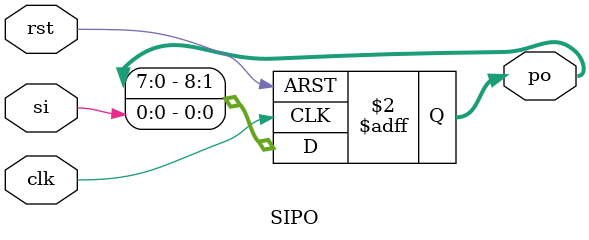
<source format=sv>
module SIPO # (
    parameter WIDTH = 9
  )
  (
    input  logic              clk,
    input  logic              rst,
    input  logic              si,
    output logic [WIDTH-1:0]  po
  );
  


  always@(posedge clk or posedge rst) begin
    if(rst) begin
      po <= 0;
    end

    else begin
      po <= {po[(WIDTH-2):0],si}; 
    end

  end

endmodule

</source>
